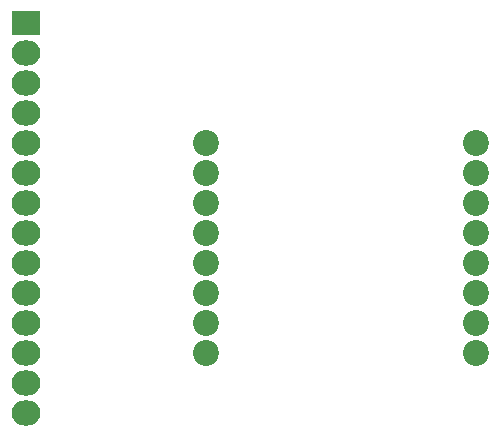
<source format=gbr>
G04 #@! TF.FileFunction,Soldermask,Bot*
%FSLAX46Y46*%
G04 Gerber Fmt 4.6, Leading zero omitted, Abs format (unit mm)*
G04 Created by KiCad (PCBNEW 4.0.5) date 2017 January 02, Monday 13:47:43*
%MOMM*%
%LPD*%
G01*
G04 APERTURE LIST*
%ADD10C,0.100000*%
%ADD11R,2.432000X2.127200*%
%ADD12O,2.432000X2.127200*%
%ADD13C,2.200000*%
G04 APERTURE END LIST*
D10*
D11*
X115570000Y-88900000D03*
D12*
X115570000Y-91440000D03*
X115570000Y-93980000D03*
X115570000Y-96520000D03*
X115570000Y-99060000D03*
X115570000Y-101600000D03*
X115570000Y-104140000D03*
X115570000Y-106680000D03*
X115570000Y-109220000D03*
X115570000Y-111760000D03*
X115570000Y-114300000D03*
X115570000Y-116840000D03*
X115570000Y-119380000D03*
X115570000Y-121920000D03*
D13*
X153670000Y-99060000D03*
X153670000Y-101600000D03*
X153670000Y-104140000D03*
X153670000Y-106680000D03*
X153670000Y-109220000D03*
X153670000Y-111760000D03*
X153670000Y-114300000D03*
X153670000Y-116840000D03*
X130810000Y-116840000D03*
X130810000Y-114300000D03*
X130810000Y-111760000D03*
X130810000Y-109220000D03*
X130810000Y-106680000D03*
X130810000Y-104140000D03*
X130810000Y-101600000D03*
X130810000Y-99060000D03*
M02*

</source>
